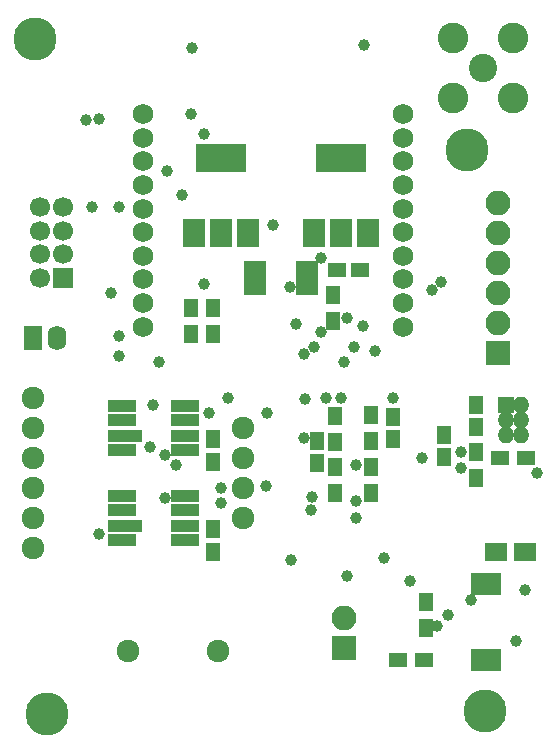
<source format=gbr>
G04 #@! TF.FileFunction,Soldermask,Top*
%FSLAX46Y46*%
G04 Gerber Fmt 4.6, Leading zero omitted, Abs format (unit mm)*
G04 Created by KiCad (PCBNEW 4.0.6) date Thu Dec 28 13:12:25 2017*
%MOMM*%
%LPD*%
G01*
G04 APERTURE LIST*
%ADD10C,0.128000*%
%ADD11C,1.924000*%
%ADD12R,1.300000X1.600000*%
%ADD13C,1.727200*%
%ADD14R,1.400000X1.400000*%
%ADD15O,1.400000X1.400000*%
%ADD16R,2.100000X2.100000*%
%ADD17O,2.100000X2.100000*%
%ADD18R,1.150000X1.600000*%
%ADD19R,1.600000X1.150000*%
%ADD20R,2.600000X1.900000*%
%ADD21R,4.200000X2.400000*%
%ADD22R,1.900000X2.400000*%
%ADD23R,1.600000X1.300000*%
%ADD24R,1.900000X1.010000*%
%ADD25R,2.451100X1.102360*%
%ADD26R,3.002280X1.102360*%
%ADD27R,1.700000X1.700000*%
%ADD28C,1.700000*%
%ADD29C,2.600000*%
%ADD30C,2.400000*%
%ADD31C,1.000000*%
%ADD32R,1.600000X2.100000*%
%ADD33O,1.600000X2.100000*%
%ADD34R,1.900000X1.650000*%
%ADD35C,3.650000*%
G04 APERTURE END LIST*
D10*
D11*
X145161000Y-110363000D03*
X152781000Y-110363000D03*
D12*
X152400000Y-81323000D03*
X152400000Y-83523000D03*
X150495000Y-83523000D03*
X150495000Y-81323000D03*
D13*
X168478200Y-82864960D03*
X168478200Y-80863440D03*
X168478200Y-78864460D03*
X168478200Y-76862940D03*
X168478200Y-74863960D03*
X168478200Y-72864980D03*
X168478200Y-70863460D03*
X168478200Y-68864480D03*
X168478200Y-66862960D03*
X168478200Y-64863980D03*
X146481800Y-64863980D03*
X146481800Y-66862960D03*
X146481800Y-68864480D03*
X146481800Y-70863460D03*
X146481800Y-72864980D03*
X146481800Y-74863960D03*
X146481800Y-76862940D03*
X146481800Y-78864460D03*
X146481800Y-80863440D03*
X146481800Y-82864960D03*
D14*
X177165000Y-89535000D03*
D15*
X178435000Y-89535000D03*
X177165000Y-90805000D03*
X178435000Y-90805000D03*
X177165000Y-92075000D03*
X178435000Y-92075000D03*
D16*
X176530000Y-85090000D03*
D17*
X176530000Y-82550000D03*
X176530000Y-80010000D03*
X176530000Y-77470000D03*
X176530000Y-74930000D03*
X176530000Y-72390000D03*
D18*
X167640000Y-92390000D03*
X167640000Y-90490000D03*
X161163000Y-92522000D03*
X161163000Y-94422000D03*
X174625000Y-89474000D03*
X174625000Y-91374000D03*
X171958000Y-92014000D03*
X171958000Y-93914000D03*
D19*
X162880000Y-78105000D03*
X164780000Y-78105000D03*
D12*
X162687000Y-92667000D03*
X162687000Y-90467000D03*
X165735000Y-92540000D03*
X165735000Y-90340000D03*
X174625000Y-95715000D03*
X174625000Y-93515000D03*
D20*
X175450500Y-104686500D03*
X175450500Y-111086500D03*
D21*
X153035000Y-68605000D03*
D22*
X153035000Y-74905000D03*
X155335000Y-74905000D03*
X150735000Y-74905000D03*
D21*
X163195000Y-68605000D03*
D22*
X163195000Y-74905000D03*
X165495000Y-74905000D03*
X160895000Y-74905000D03*
D23*
X178900000Y-93980000D03*
X176700000Y-93980000D03*
D12*
X162687000Y-96942000D03*
X162687000Y-94742000D03*
X165735000Y-96985000D03*
X165735000Y-94785000D03*
D23*
X168000500Y-111061500D03*
X170200500Y-111061500D03*
D12*
X170370500Y-106151500D03*
X170370500Y-108351500D03*
X162560000Y-80180000D03*
X162560000Y-82380000D03*
D11*
X137160000Y-101600000D03*
X137160000Y-99060000D03*
X137160000Y-96520000D03*
X137160000Y-93980000D03*
X137160000Y-91440000D03*
X137160000Y-88900000D03*
X154940000Y-91440000D03*
X154940000Y-93980000D03*
X154940000Y-96520000D03*
X154940000Y-99060000D03*
D24*
X160315000Y-77790000D03*
X155915000Y-77790000D03*
X160315000Y-78740000D03*
X155915000Y-78740000D03*
X160315000Y-79690000D03*
X155915000Y-79690000D03*
D18*
X152400000Y-100015000D03*
X152400000Y-101915000D03*
X152400000Y-92395000D03*
X152400000Y-94295000D03*
D25*
X144645380Y-97160080D03*
X144645380Y-98412300D03*
D26*
X144922240Y-99707700D03*
D25*
X144645380Y-100959920D03*
X149994620Y-100959920D03*
X149994620Y-99707700D03*
X149994620Y-98412300D03*
X149994620Y-97160080D03*
X144645380Y-89540080D03*
X144645380Y-90792300D03*
D26*
X144922240Y-92087700D03*
D25*
X144645380Y-93339920D03*
X149994620Y-93339920D03*
X149994620Y-92087700D03*
X149994620Y-90792300D03*
X149994620Y-89540080D03*
D27*
X139700000Y-78740000D03*
D28*
X139700000Y-76740000D03*
X139700000Y-74740000D03*
X139700000Y-72740000D03*
X137700000Y-78740000D03*
X137700000Y-76740000D03*
X137700000Y-74740000D03*
X137700000Y-72740000D03*
D29*
X172720000Y-63500000D03*
X172720000Y-58420000D03*
X177800000Y-58420000D03*
X177800000Y-63500000D03*
D30*
X175260000Y-60960000D03*
D31*
X152019000Y-90170000D03*
X165163500Y-58991500D03*
X150558500Y-59245500D03*
D16*
X163449000Y-110109000D03*
D17*
X163449000Y-107569000D03*
D32*
X137160000Y-83820000D03*
D33*
X139160000Y-83820000D03*
D34*
X176296000Y-101981000D03*
X178796000Y-101981000D03*
D31*
X166878000Y-102489000D03*
X151638000Y-66548000D03*
X160147000Y-89027000D03*
D35*
X138303000Y-115697000D03*
X173863000Y-67945000D03*
X137287000Y-58547000D03*
X175387000Y-115443000D03*
D31*
X151638000Y-79247998D03*
X173355000Y-94869000D03*
X179832000Y-95250000D03*
X160782000Y-97282000D03*
X160039021Y-92329000D03*
X159004000Y-102616000D03*
X167640000Y-88900000D03*
X174180500Y-105981500D03*
X149733000Y-71755000D03*
X148463000Y-69723000D03*
X150495000Y-64897000D03*
X153670000Y-88900000D03*
X165099998Y-82804000D03*
X161543998Y-83312000D03*
X166116000Y-84963000D03*
X163703000Y-82169000D03*
X173355000Y-93472000D03*
X159385000Y-82677000D03*
X169037000Y-104374979D03*
X157480000Y-74295000D03*
X161925000Y-88900000D03*
X163195000Y-88900000D03*
X160655000Y-98425000D03*
X170053000Y-93980000D03*
X178054000Y-109474000D03*
X158877000Y-79502000D03*
X161544000Y-77089000D03*
X172275500Y-107251500D03*
X171323000Y-108204000D03*
X170942000Y-79756000D03*
X142748000Y-65278000D03*
X171704004Y-79121000D03*
X141605000Y-65405000D03*
X156972000Y-90170000D03*
X142748000Y-100457000D03*
X149225000Y-94615000D03*
X147066000Y-93091000D03*
X156845000Y-96393002D03*
X148336001Y-97408999D03*
X148336000Y-93726000D03*
X153035000Y-97790000D03*
X153035000Y-96520000D03*
X147320000Y-89535000D03*
X144399000Y-85314010D03*
X142113000Y-72771000D03*
X143764000Y-80010000D03*
X160909000Y-84582000D03*
X164338000Y-84582000D03*
X144399000Y-72771000D03*
X147828000Y-85852000D03*
X163449000Y-85852000D03*
X160039021Y-85217000D03*
X144399002Y-83693000D03*
X163703000Y-103944968D03*
X164465000Y-97663000D03*
X164465000Y-99060000D03*
X164465000Y-94615000D03*
X178816000Y-105156000D03*
M02*

</source>
